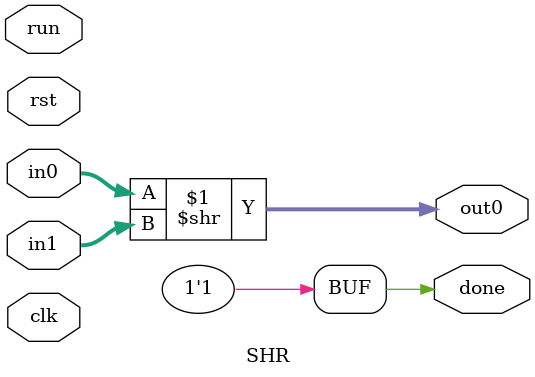
<source format=v>
`timescale 1ns / 1ps
`include "xversat.vh"

module SHR #(
         parameter DATA_W = 32
      )
      (
         input run,
         output done,

         input [DATA_W-1:0] in0,
         input [DATA_W-1:0] in1,

         output [DATA_W-1:0] out0,
      
         input clk,
         input rst
      ); 

assign out0 = (in0 >> in1);
assign done = 1'b1;

endmodule

</source>
